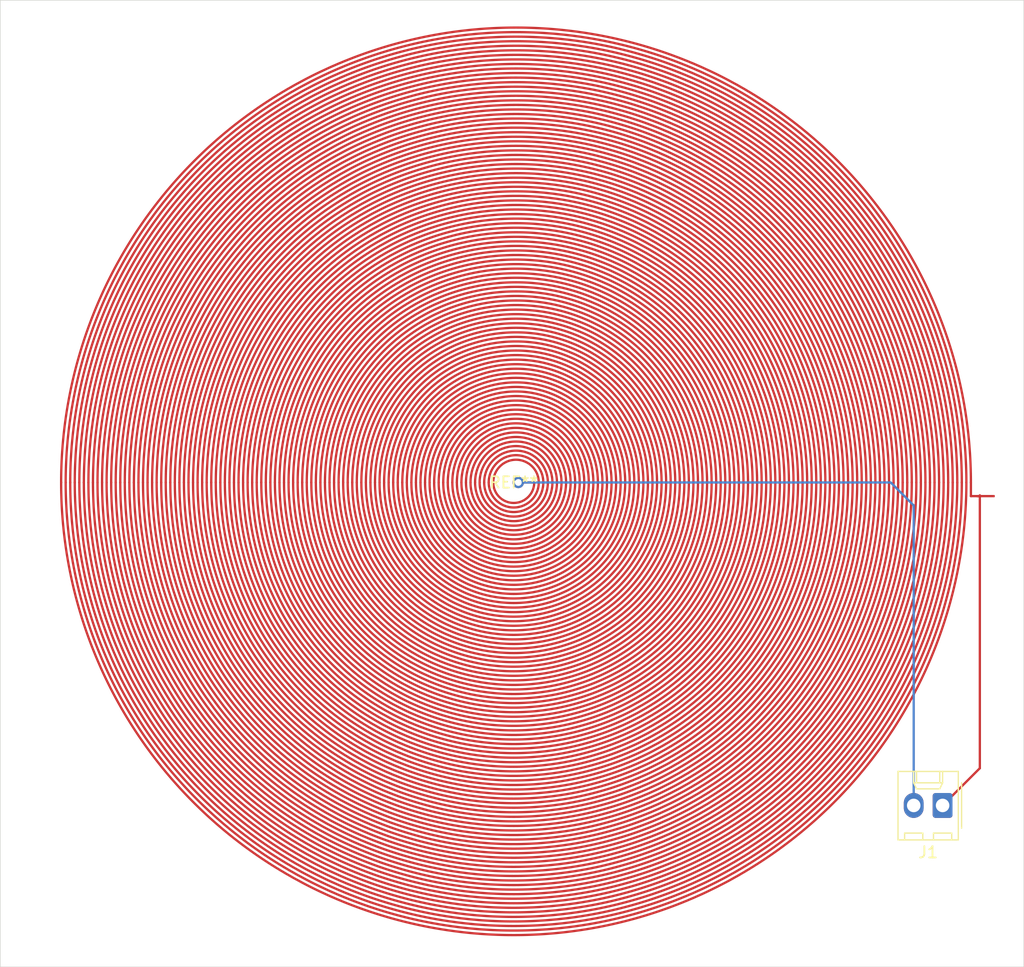
<source format=kicad_pcb>
(kicad_pcb (version 20240108) (generator "pcbnew") (generator_version "8.0")
  (layers (0 "F.Cu" signal) (31 "B.Cu" signal) (34 "B.Paste" user) (35 "F.Paste" user) (36 "B.SilkS" user "B.Silkscreen") (37 "F.SilkS" user "F.Silkscreen") (38 "B.Mask" user) (39 "F.Mask" user) (44 "Edge.Cuts" user))
  (net 0 "")
  (net 1 "Net-(J1-Pin_2)")
  (net 2 "Net-(J1-Pin_1)")
  (footprint "Connector_Molex:Molex_KK-254_AE-6410-02A_1x02_P2.54mm_Vertical" (layer "F.Cu") (at 182.86 138.8 180)
    (property "Reference" "J1" (at 1.27 -4.12 360) (layer "F.SilkS"))
    (property "Value" "Conn_01x02")
    (fp_line (start 3.92 2.99) (end 3.92 -3.03) (stroke (width 0.12)) (layer "F.SilkS"))
    (fp_line (start 3.92 -3.03) (end -1.38 -3.03) (stroke (width 0.12)) (layer "F.SilkS"))
    (fp_line (start 3.34 -2.43) (end 3.34 -3.03) (stroke (width 0.12)) (layer "F.SilkS"))
    (fp_line (start 2.54 1.99) (end 2.54 2.99) (stroke (width 0.12)) (layer "F.SilkS"))
    (fp_line (start 2.29 2.99) (end 2.29 1.99) (stroke (width 0.12)) (layer "F.SilkS"))
    (fp_line (start 2.29 1.46) (end 2.54 1.99) (stroke (width 0.12)) (layer "F.SilkS"))
    (fp_line (start 1.74 -2.43) (end 3.34 -2.43) (stroke (width 0.12)) (layer "F.SilkS"))
    (fp_line (start 1.74 -3.03) (end 1.74 -2.43) (stroke (width 0.12)) (layer "F.SilkS"))
    (fp_line (start 0.8 -2.43) (end 0.8 -3.03) (stroke (width 0.12)) (layer "F.SilkS"))
    (fp_line (start 0.25 2.99) (end 0.25 1.99) (stroke (width 0.12)) (layer "F.SilkS"))
    (fp_line (start 0.25 1.46) (end 2.29 1.46) (stroke (width 0.12)) (layer "F.SilkS"))
    (fp_line (start 0 2.99) (end 0 1.99) (stroke (width 0.12)) (layer "F.SilkS"))
    (fp_line (start 0 1.99) (end 2.54 1.99) (stroke (width 0.12)) (layer "F.SilkS"))
    (fp_line (start 0 1.99) (end 0.25 1.46) (stroke (width 0.12)) (layer "F.SilkS"))
    (fp_line (start -0.8 -2.43) (end 0.8 -2.43) (stroke (width 0.12)) (layer "F.SilkS"))
    (fp_line (start -0.8 -3.03) (end -0.8 -2.43) (stroke (width 0.12)) (layer "F.SilkS"))
    (fp_line (start -1.38 2.99) (end 3.92 2.99) (stroke (width 0.12)) (layer "F.SilkS"))
    (fp_line (start -1.38 -3.03) (end -1.38 2.99) (stroke (width 0.12)) (layer "F.SilkS"))
    (fp_line (start -1.67 -2) (end -1.67 2) (stroke (width 0.12)) (layer "F.SilkS"))
    (pad "1" thru_hole roundrect (at 0 0 180) (size 1.74 2.19) (drill 1.19) (layers "*.Cu" "*.Mask" "In1.Cu" "In2.Cu" "In3.Cu" "In4.Cu" "In5.Cu" "In6.Cu" "In7.Cu" "In8.Cu" "In9.Cu" "In10.Cu" "In11.Cu" "In12.Cu" "In13.Cu" "In14.Cu" "In15.Cu" "In16.Cu" "In17.Cu" "In18.Cu" "In19.Cu" "In20.Cu" "In21.Cu" "In22.Cu" "In23.Cu" "In24.Cu" "In25.Cu" "In26.Cu" "In27.Cu" "In28.Cu" "In29.Cu" "In30.Cu") (roundrect_rratio 0.143678) (net 2 "Net-(J1-Pin_1)"))
    (pad "2" thru_hole oval (at 2.54 0 180) (size 1.74 2.19) (drill 1.19) (layers "*.Cu" "*.Mask" "In1.Cu" "In2.Cu" "In3.Cu" "In4.Cu" "In5.Cu" "In6.Cu" "In7.Cu" "In8.Cu" "In9.Cu" "In10.Cu" "In11.Cu" "In12.Cu" "In13.Cu" "In14.Cu" "In15.Cu" "In16.Cu" "In17.Cu" "In18.Cu" "In19.Cu" "In20.Cu" "In21.Cu" "In22.Cu" "In23.Cu" "In24.Cu" "In25.Cu" "In26.Cu" "In27.Cu" "In28.Cu" "In29.Cu" "In30.Cu") (net 1 "Net-(J1-Pin_2)"))
  )
  (footprint "COIL_GENERATOR" (layer "F.Cu") (at 145.15 110.4)
    (property "Reference" "REF**" (at 0 0 0) (layer "F.SilkS"))
    (property "Value" "COIL_GENERATOR")
    (fp_line (start 1.8 0) (end 0.4 0) (stroke (width 0.2)) (layer "F.Cu"))
    (fp_line (start 40.2 0) (end 40.2 1.2) (stroke (width 0.2)) (layer "F.Cu"))
    (fp_line (start 40.2 1.2) (end 40.9 1.2) (stroke (width 0.2)) (layer "F.Cu"))
    (fp_arc (start -39.8 0) (mid 0.2 -40) (end 40.2 0) (stroke (width 0.2)) (layer "F.Cu"))
    (fp_arc (start -39.4 0) (mid 0.2 -39.6) (end 39.8 0) (stroke (width 0.2)) (layer "F.Cu"))
    (fp_arc (start -39 0) (mid 0.2 -39.2) (end 39.4 0) (stroke (width 0.2)) (layer "F.Cu"))
    (fp_arc (start -38.6 0) (mid 0.2 -38.8) (end 39 0) (stroke (width 0.2)) (layer "F.Cu"))
    (fp_arc (start -38.2 0) (mid 0.2 -38.4) (end 38.6 0) (stroke (width 0.2)) (layer "F.Cu"))
    (fp_arc (start -37.8 0) (mid 0.2 -38) (end 38.2 0) (stroke (width 0.2)) (layer "F.Cu"))
    (fp_arc (start -37.4 0) (mid 0.2 -37.6) (end 37.8 0) (stroke (width 0.2)) (layer "F.Cu"))
    (fp_arc (start -37 0) (mid 0.2 -37.2) (end 37.4 0) (stroke (width 0.2)) (layer "F.Cu"))
    (fp_arc (start -36.6 0) (mid 0.2 -36.8) (end 37 0) (stroke (width 0.2)) (layer "F.Cu"))
    (fp_arc (start -36.2 0) (mid 0.2 -36.4) (end 36.6 0) (stroke (width 0.2)) (layer "F.Cu"))
    (fp_arc (start -35.8 0) (mid 0.2 -36) (end 36.2 0) (stroke (width 0.2)) (layer "F.Cu"))
    (fp_arc (start -35.4 0) (mid 0.2 -35.6) (end 35.8 0) (stroke (width 0.2)) (layer "F.Cu"))
    (fp_arc (start -35 0) (mid 0.2 -35.2) (end 35.4 0) (stroke (width 0.2)) (layer "F.Cu"))
    (fp_arc (start -34.6 0) (mid 0.2 -34.8) (end 35 0) (stroke (width 0.2)) (layer "F.Cu"))
    (fp_arc (start -34.2 0) (mid 0.2 -34.4) (end 34.6 0) (stroke (width 0.2)) (layer "F.Cu"))
    (fp_arc (start -33.8 0) (mid 0.2 -34) (end 34.2 0) (stroke (width 0.2)) (layer "F.Cu"))
    (fp_arc (start -33.4 0) (mid 0.2 -33.6) (end 33.8 0) (stroke (width 0.2)) (layer "F.Cu"))
    (fp_arc (start -33 0) (mid 0.2 -33.2) (end 33.4 0) (stroke (width 0.2)) (layer "F.Cu"))
    (fp_arc (start -32.6 0) (mid 0.2 -32.8) (end 33 0) (stroke (width 0.2)) (layer "F.Cu"))
    (fp_arc (start -32.2 0) (mid 0.2 -32.4) (end 32.6 0) (stroke (width 0.2)) (layer "F.Cu"))
    (fp_arc (start -31.8 0) (mid 0.2 -32) (end 32.2 0) (stroke (width 0.2)) (layer "F.Cu"))
    (fp_arc (start -31.4 0) (mid 0.2 -31.6) (end 31.8 0) (stroke (width 0.2)) (layer "F.Cu"))
    (fp_arc (start -31 0) (mid 0.2 -31.2) (end 31.4 0) (stroke (width 0.2)) (layer "F.Cu"))
    (fp_arc (start -30.6 0) (mid 0.2 -30.8) (end 31 0) (stroke (width 0.2)) (layer "F.Cu"))
    (fp_arc (start -30.2 0) (mid 0.2 -30.4) (end 30.6 0) (stroke (width 0.2)) (layer "F.Cu"))
    (fp_arc (start -29.8 0) (mid 0.2 -30) (end 30.2 0) (stroke (width 0.2)) (layer "F.Cu"))
    (fp_arc (start -29.4 0) (mid 0.2 -29.6) (end 29.8 0) (stroke (width 0.2)) (layer "F.Cu"))
    (fp_arc (start -29 0) (mid 0.2 -29.2) (end 29.4 0) (stroke (width 0.2)) (layer "F.Cu"))
    (fp_arc (start -28.6 0) (mid 0.2 -28.8) (end 29 0) (stroke (width 0.2)) (layer "F.Cu"))
    (fp_arc (start -28.2 0) (mid 0.2 -28.4) (end 28.6 0) (stroke (width 0.2)) (layer "F.Cu"))
    (fp_arc (start -27.8 0) (mid 0.2 -28) (end 28.2 0) (stroke (width 0.2)) (layer "F.Cu"))
    (fp_arc (start -27.4 0) (mid 0.2 -27.6) (end 27.8 0) (stroke (width 0.2)) (layer "F.Cu"))
    (fp_arc (start -27 0) (mid 0.2 -27.2) (end 27.4 0) (stroke (width 0.2)) (layer "F.Cu"))
    (fp_arc (start -26.6 0) (mid 0.2 -26.8) (end 27 0) (stroke (width 0.2)) (layer "F.Cu"))
    (fp_arc (start -26.2 0) (mid 0.2 -26.4) (end 26.6 0) (stroke (width 0.2)) (layer "F.Cu"))
    (fp_arc (start -25.8 0) (mid 0.2 -26) (end 26.2 0) (stroke (width 0.2)) (layer "F.Cu"))
    (fp_arc (start -25.4 0) (mid 0.2 -25.6) (end 25.8 0) (stroke (width 0.2)) (layer "F.Cu"))
    (fp_arc (start -25 0) (mid 0.2 -25.2) (end 25.4 0) (stroke (width 0.2)) (layer "F.Cu"))
    (fp_arc (start -24.6 0) (mid 0.2 -24.8) (end 25 0) (stroke (width 0.2)) (layer "F.Cu"))
    (fp_arc (start -24.2 0) (mid 0.2 -24.4) (end 24.6 0) (stroke (width 0.2)) (layer "F.Cu"))
    (fp_arc (start -23.8 0) (mid 0.2 -24) (end 24.2 0) (stroke (width 0.2)) (layer "F.Cu"))
    (fp_arc (start -23.4 0) (mid 0.2 -23.6) (end 23.8 0) (stroke (width 0.2)) (layer "F.Cu"))
    (fp_arc (start -23 0) (mid 0.2 -23.2) (end 23.4 0) (stroke (width 0.2)) (layer "F.Cu"))
    (fp_arc (start -22.6 0) (mid 0.2 -22.8) (end 23 0) (stroke (width 0.2)) (layer "F.Cu"))
    (fp_arc (start -22.2 0) (mid 0.2 -22.4) (end 22.6 0) (stroke (width 0.2)) (layer "F.Cu"))
    (fp_arc (start -21.8 0) (mid 0.2 -22) (end 22.2 0) (stroke (width 0.2)) (layer "F.Cu"))
    (fp_arc (start -21.4 0) (mid 0.2 -21.6) (end 21.8 0) (stroke (width 0.2)) (layer "F.Cu"))
    (fp_arc (start -21 0) (mid 0.2 -21.2) (end 21.4 0) (stroke (width 0.2)) (layer "F.Cu"))
    (fp_arc (start -20.6 0) (mid 0.2 -20.8) (end 21 0) (stroke (width 0.2)) (layer "F.Cu"))
    (fp_arc (start -20.2 0) (mid 0.2 -20.4) (end 20.6 0) (stroke (width 0.2)) (layer "F.Cu"))
    (fp_arc (start -19.8 0) (mid 0.2 -20) (end 20.2 0) (stroke (width 0.2)) (layer "F.Cu"))
    (fp_arc (start -19.4 0) (mid 0.2 -19.6) (end 19.8 0) (stroke (width 0.2)) (layer "F.Cu"))
    (fp_arc (start -19 0) (mid 0.2 -19.2) (end 19.4 0) (stroke (width 0.2)) (layer "F.Cu"))
    (fp_arc (start -18.6 0) (mid 0.2 -18.8) (end 19 0) (stroke (width 0.2)) (layer "F.Cu"))
    (fp_arc (start -18.2 0) (mid 0.2 -18.4) (end 18.6 0) (stroke (width 0.2)) (layer "F.Cu"))
    (fp_arc (start -17.8 0) (mid 0.2 -18) (end 18.2 0) (stroke (width 0.2)) (layer "F.Cu"))
    (fp_arc (start -17.4 0) (mid 0.2 -17.6) (end 17.8 0) (stroke (width 0.2)) (layer "F.Cu"))
    (fp_arc (start -17 0) (mid 0.2 -17.2) (end 17.4 0) (stroke (width 0.2)) (layer "F.Cu"))
    (fp_arc (start -16.6 0) (mid 0.2 -16.8) (end 17 0) (stroke (width 0.2)) (layer "F.Cu"))
    (fp_arc (start -16.2 0) (mid 0.2 -16.4) (end 16.6 0) (stroke (width 0.2)) (layer "F.Cu"))
    (fp_arc (start -15.8 0) (mid 0.2 -16) (end 16.2 0) (stroke (width 0.2)) (layer "F.Cu"))
    (fp_arc (start -15.4 0) (mid 0.2 -15.6) (end 15.8 0) (stroke (width 0.2)) (layer "F.Cu"))
    (fp_arc (start -15 0) (mid 0.2 -15.2) (end 15.4 0) (stroke (width 0.2)) (layer "F.Cu"))
    (fp_arc (start -14.6 0) (mid 0.2 -14.8) (end 15 0) (stroke (width 0.2)) (layer "F.Cu"))
    (fp_arc (start -14.2 0) (mid 0.2 -14.4) (end 14.6 0) (stroke (width 0.2)) (layer "F.Cu"))
    (fp_arc (start -13.8 0) (mid 0.2 -14) (end 14.2 0) (stroke (width 0.2)) (layer "F.Cu"))
    (fp_arc (start -13.4 0) (mid 0.2 -13.6) (end 13.8 0) (stroke (width 0.2)) (layer "F.Cu"))
    (fp_arc (start -13 0) (mid 0.2 -13.2) (end 13.4 0) (stroke (width 0.2)) (layer "F.Cu"))
    (fp_arc (start -12.6 0) (mid 0.2 -12.8) (end 13 0) (stroke (width 0.2)) (layer "F.Cu"))
    (fp_arc (start -12.2 0) (mid 0.2 -12.4) (end 12.6 0) (stroke (width 0.2)) (layer "F.Cu"))
    (fp_arc (start -11.8 0) (mid 0.2 -12) (end 12.2 0) (stroke (width 0.2)) (layer "F.Cu"))
    (fp_arc (start -11.4 0) (mid 0.2 -11.6) (end 11.8 0) (stroke (width 0.2)) (layer "F.Cu"))
    (fp_arc (start -11 0) (mid 0.2 -11.2) (end 11.4 0) (stroke (width 0.2)) (layer "F.Cu"))
    (fp_arc (start -10.6 0) (mid 0.2 -10.8) (end 11 0) (stroke (width 0.2)) (layer "F.Cu"))
    (fp_arc (start -10.2 0) (mid 0.2 -10.4) (end 10.6 0) (stroke (width 0.2)) (layer "F.Cu"))
    (fp_arc (start -9.8 0) (mid 0.2 -10) (end 10.2 0) (stroke (width 0.2)) (layer "F.Cu"))
    (fp_arc (start -9.4 0) (mid 0.2 -9.6) (end 9.8 0) (stroke (width 0.2)) (layer "F.Cu"))
    (fp_arc (start -9 0) (mid 0.2 -9.2) (end 9.4 0) (stroke (width 0.2)) (layer "F.Cu"))
    (fp_arc (start -8.6 0) (mid 0.2 -8.8) (end 9 0) (stroke (width 0.2)) (layer "F.Cu"))
    (fp_arc (start -8.2 0) (mid 0.2 -8.4) (end 8.6 0) (stroke (width 0.2)) (layer "F.Cu"))
    (fp_arc (start -7.8 0) (mid 0.2 -8) (end 8.2 0) (stroke (width 0.2)) (layer "F.Cu"))
    (fp_arc (start -7.4 0) (mid 0.2 -7.6) (end 7.8 0) (stroke (width 0.2)) (layer "F.Cu"))
    (fp_arc (start -7 0) (mid 0.2 -7.2) (end 7.4 0) (stroke (width 0.2)) (layer "F.Cu"))
    (fp_arc (start -6.6 0) (mid 0.2 -6.8) (end 7 0) (stroke (width 0.2)) (layer "F.Cu"))
    (fp_arc (start -6.2 0) (mid 0.2 -6.4) (end 6.6 0) (stroke (width 0.2)) (layer "F.Cu"))
    (fp_arc (start -5.8 0) (mid 0.2 -6) (end 6.2 0) (stroke (width 0.2)) (layer "F.Cu"))
    (fp_arc (start -5.4 0) (mid 0.2 -5.6) (end 5.8 0) (stroke (width 0.2)) (layer "F.Cu"))
    (fp_arc (start -5 0) (mid 0.2 -5.2) (end 5.4 0) (stroke (width 0.2)) (layer "F.Cu"))
    (fp_arc (start -4.6 0) (mid 0.2 -4.8) (end 5 0) (stroke (width 0.2)) (layer "F.Cu"))
    (fp_arc (start -4.2 0) (mid 0.2 -4.4) (end 4.6 0) (stroke (width 0.2)) (layer "F.Cu"))
    (fp_arc (start -3.8 0) (mid 0.2 -4) (end 4.2 0) (stroke (width 0.2)) (layer "F.Cu"))
    (fp_arc (start -3.4 0) (mid 0.2 -3.6) (end 3.8 0) (stroke (width 0.2)) (layer "F.Cu"))
    (fp_arc (start -3 0) (mid 0.2 -3.2) (end 3.4 0) (stroke (width 0.2)) (layer "F.Cu"))
    (fp_arc (start -2.6 0) (mid 0.2 -2.8) (end 3 0) (stroke (width 0.2)) (layer "F.Cu"))
    (fp_arc (start -2.2 0) (mid 0.2 -2.4) (end 2.6 0) (stroke (width 0.2)) (layer "F.Cu"))
    (fp_arc (start -1.8 0) (mid 0.2 -2) (end 2.2 0) (stroke (width 0.2)) (layer "F.Cu"))
    (fp_arc (start 1.8 0) (mid 0 1.8) (end -1.8 0) (stroke (width 0.2)) (layer "F.Cu"))
    (fp_arc (start 2.2 0) (mid 0 2.2) (end -2.2 0) (stroke (width 0.2)) (layer "F.Cu"))
    (fp_arc (start 2.6 0) (mid 0 2.6) (end -2.6 0) (stroke (width 0.2)) (layer "F.Cu"))
    (fp_arc (start 3 0) (mid 0 3) (end -3 0) (stroke (width 0.2)) (layer "F.Cu"))
    (fp_arc (start 3.4 0) (mid 0 3.4) (end -3.4 0) (stroke (width 0.2)) (layer "F.Cu"))
    (fp_arc (start 3.8 0) (mid 0 3.8) (end -3.8 0) (stroke (width 0.2)) (layer "F.Cu"))
    (fp_arc (start 4.2 0) (mid 0 4.2) (end -4.2 0) (stroke (width 0.2)) (layer "F.Cu"))
    (fp_arc (start 4.6 0) (mid 0 4.6) (end -4.6 0) (stroke (width 0.2)) (layer "F.Cu"))
    (fp_arc (start 5 0) (mid 0 5) (end -5 0) (stroke (width 0.2)) (layer "F.Cu"))
    (fp_arc (start 5.4 0) (mid 0 5.4) (end -5.4 0) (stroke (width 0.2)) (layer "F.Cu"))
    (fp_arc (start 5.8 0) (mid 0 5.8) (end -5.8 0) (stroke (width 0.2)) (layer "F.Cu"))
    (fp_arc (start 6.2 0) (mid 0 6.2) (end -6.2 0) (stroke (width 0.2)) (layer "F.Cu"))
    (fp_arc (start 6.6 0) (mid 0 6.6) (end -6.6 0) (stroke (width 0.2)) (layer "F.Cu"))
    (fp_arc (start 7 0) (mid 0 7) (end -7 0) (stroke (width 0.2)) (layer "F.Cu"))
    (fp_arc (start 7.4 0) (mid 0 7.4) (end -7.4 0) (stroke (width 0.2)) (layer "F.Cu"))
    (fp_arc (start 7.8 0) (mid 0 7.8) (end -7.8 0) (stroke (width 0.2)) (layer "F.Cu"))
    (fp_arc (start 8.2 0) (mid 0 8.2) (end -8.2 0) (stroke (width 0.2)) (layer "F.Cu"))
    (fp_arc (start 8.6 0) (mid 0 8.6) (end -8.6 0) (stroke (width 0.2)) (layer "F.Cu"))
    (fp_arc (start 9 0) (mid 0 9) (end -9 0) (stroke (width 0.2)) (layer "F.Cu"))
    (fp_arc (start 9.4 0) (mid 0 9.4) (end -9.4 0) (stroke (width 0.2)) (layer "F.Cu"))
    (fp_arc (start 9.8 0) (mid 0 9.8) (end -9.8 0) (stroke (width 0.2)) (layer "F.Cu"))
    (fp_arc (start 10.2 0) (mid 0 10.2) (end -10.2 0) (stroke (width 0.2)) (layer "F.Cu"))
    (fp_arc (start 10.6 0) (mid 0 10.6) (end -10.6 0) (stroke (width 0.2)) (layer "F.Cu"))
    (fp_arc (start 11 0) (mid 0 11) (end -11 0) (stroke (width 0.2)) (layer "F.Cu"))
    (fp_arc (start 11.4 0) (mid 0 11.4) (end -11.4 0) (stroke (width 0.2)) (layer "F.Cu"))
    (fp_arc (start 11.8 0) (mid 0 11.8) (end -11.8 0) (stroke (width 0.2)) (layer "F.Cu"))
    (fp_arc (start 12.2 0) (mid 0 12.2) (end -12.2 0) (stroke (width 0.2)) (layer "F.Cu"))
    (fp_arc (start 12.6 0) (mid 0 12.6) (end -12.6 0) (stroke (width 0.2)) (layer "F.Cu"))
    (fp_arc (start 13 0) (mid 0 13) (end -13 0) (stroke (width 0.2)) (layer "F.Cu"))
    (fp_arc (start 13.4 0) (mid 0 13.4) (end -13.4 0) (stroke (width 0.2)) (layer "F.Cu"))
    (fp_arc (start 13.8 0) (mid 0 13.8) (end -13.8 0) (stroke (width 0.2)) (layer "F.Cu"))
    (fp_arc (start 14.2 0) (mid 0 14.2) (end -14.2 0) (stroke (width 0.2)) (layer "F.Cu"))
    (fp_arc (start 14.6 0) (mid 0 14.6) (end -14.6 0) (stroke (width 0.2)) (layer "F.Cu"))
    (fp_arc (start 15 0) (mid 0 15) (end -15 0) (stroke (width 0.2)) (layer "F.Cu"))
    (fp_arc (start 15.4 0) (mid 0 15.4) (end -15.4 0) (stroke (width 0.2)) (layer "F.Cu"))
    (fp_arc (start 15.8 0) (mid 0 15.8) (end -15.8 0) (stroke (width 0.2)) (layer "F.Cu"))
    (fp_arc (start 16.2 0) (mid 0 16.2) (end -16.2 0) (stroke (width 0.2)) (layer "F.Cu"))
    (fp_arc (start 16.6 0) (mid 0 16.6) (end -16.6 0) (stroke (width 0.2)) (layer "F.Cu"))
    (fp_arc (start 17 0) (mid 0 17) (end -17 0) (stroke (width 0.2)) (layer "F.Cu"))
    (fp_arc (start 17.4 0) (mid 0 17.4) (end -17.4 0) (stroke (width 0.2)) (layer "F.Cu"))
    (fp_arc (start 17.8 0) (mid 0 17.8) (end -17.8 0) (stroke (width 0.2)) (layer "F.Cu"))
    (fp_arc (start 18.2 0) (mid 0 18.2) (end -18.2 0) (stroke (width 0.2)) (layer "F.Cu"))
    (fp_arc (start 18.6 0) (mid 0 18.6) (end -18.6 0) (stroke (width 0.2)) (layer "F.Cu"))
    (fp_arc (start 19 0) (mid 0 19) (end -19 0) (stroke (width 0.2)) (layer "F.Cu"))
    (fp_arc (start 19.4 0) (mid 0 19.4) (end -19.4 0) (stroke (width 0.2)) (layer "F.Cu"))
    (fp_arc (start 19.8 0) (mid 0 19.8) (end -19.8 0) (stroke (width 0.2)) (layer "F.Cu"))
    (fp_arc (start 20.2 0) (mid 0 20.2) (end -20.2 0) (stroke (width 0.2)) (layer "F.Cu"))
    (fp_arc (start 20.6 0) (mid 0 20.6) (end -20.6 0) (stroke (width 0.2)) (layer "F.Cu"))
    (fp_arc (start 21 0) (mid 0 21) (end -21 0) (stroke (width 0.2)) (layer "F.Cu"))
    (fp_arc (start 21.4 0) (mid 0 21.4) (end -21.4 0) (stroke (width 0.2)) (layer "F.Cu"))
    (fp_arc (start 21.8 0) (mid 0 21.8) (end -21.8 0) (stroke (width 0.2)) (layer "F.Cu"))
    (fp_arc (start 22.2 0) (mid 0 22.2) (end -22.2 0) (stroke (width 0.2)) (layer "F.Cu"))
    (fp_arc (start 22.6 0) (mid 0 22.6) (end -22.6 0) (stroke (width 0.2)) (layer "F.Cu"))
    (fp_arc (start 23 0) (mid 0 23) (end -23 0) (stroke (width 0.2)) (layer "F.Cu"))
    (fp_arc (start 23.4 0) (mid 0 23.4) (end -23.4 0) (stroke (width 0.2)) (layer "F.Cu"))
    (fp_arc (start 23.8 0) (mid 0 23.8) (end -23.8 0) (stroke (width 0.2)) (layer "F.Cu"))
    (fp_arc (start 24.2 0) (mid 0 24.2) (end -24.2 0) (stroke (width 0.2)) (layer "F.Cu"))
    (fp_arc (start 24.6 0) (mid 0 24.6) (end -24.6 0) (stroke (width 0.2)) (layer "F.Cu"))
    (fp_arc (start 25 0) (mid 0 25) (end -25 0) (stroke (width 0.2)) (layer "F.Cu"))
    (fp_arc (start 25.4 0) (mid 0 25.4) (end -25.4 0) (stroke (width 0.2)) (layer "F.Cu"))
    (fp_arc (start 25.8 0) (mid 0 25.8) (end -25.8 0) (stroke (width 0.2)) (layer "F.Cu"))
    (fp_arc (start 26.2 0) (mid 0 26.2) (end -26.2 0) (stroke (width 0.2)) (layer "F.Cu"))
    (fp_arc (start 26.6 0) (mid 0 26.6) (end -26.6 0) (stroke (width 0.2)) (layer "F.Cu"))
    (fp_arc (start 27 0) (mid 0 27) (end -27 0) (stroke (width 0.2)) (layer "F.Cu"))
    (fp_arc (start 27.4 0) (mid 0 27.4) (end -27.4 0) (stroke (width 0.2)) (layer "F.Cu"))
    (fp_arc (start 27.8 0) (mid 0 27.8) (end -27.8 0) (stroke (width 0.2)) (layer "F.Cu"))
    (fp_arc (start 28.2 0) (mid 0 28.2) (end -28.2 0) (stroke (width 0.2)) (layer "F.Cu"))
    (fp_arc (start 28.6 0) (mid 0 28.6) (end -28.6 0) (stroke (width 0.2)) (layer "F.Cu"))
    (fp_arc (start 29 0) (mid 0 29) (end -29 0) (stroke (width 0.2)) (layer "F.Cu"))
    (fp_arc (start 29.4 0) (mid 0 29.4) (end -29.4 0) (stroke (width 0.2)) (layer "F.Cu"))
    (fp_arc (start 29.8 0) (mid 0 29.8) (end -29.8 0) (stroke (width 0.2)) (layer "F.Cu"))
    (fp_arc (start 30.2 0) (mid 0 30.2) (end -30.2 0) (stroke (width 0.2)) (layer "F.Cu"))
    (fp_arc (start 30.6 0) (mid 0 30.6) (end -30.6 0) (stroke (width 0.2)) (layer "F.Cu"))
    (fp_arc (start 31 0) (mid 0 31) (end -31 0) (stroke (width 0.2)) (layer "F.Cu"))
    (fp_arc (start 31.4 0) (mid 0 31.4) (end -31.4 0) (stroke (width 0.2)) (layer "F.Cu"))
    (fp_arc (start 31.8 0) (mid 0 31.8) (end -31.8 0) (stroke (width 0.2)) (layer "F.Cu"))
    (fp_arc (start 32.2 0) (mid 0 32.2) (end -32.2 0) (stroke (width 0.2)) (layer "F.Cu"))
    (fp_arc (start 32.6 0) (mid 0 32.6) (end -32.6 0) (stroke (width 0.2)) (layer "F.Cu"))
    (fp_arc (start 33 0) (mid 0 33) (end -33 0) (stroke (width 0.2)) (layer "F.Cu"))
    (fp_arc (start 33.4 0) (mid 0 33.4) (end -33.4 0) (stroke (width 0.2)) (layer "F.Cu"))
    (fp_arc (start 33.8 0) (mid 0 33.8) (end -33.8 0) (stroke (width 0.2)) (layer "F.Cu"))
    (fp_arc (start 34.2 0) (mid 0 34.2) (end -34.2 0) (stroke (width 0.2)) (layer "F.Cu"))
    (fp_arc (start 34.6 0) (mid 0 34.6) (end -34.6 0) (stroke (width 0.2)) (layer "F.Cu"))
    (fp_arc (start 35 0) (mid 0 35) (end -35 0) (stroke (width 0.2)) (layer "F.Cu"))
    (fp_arc (start 35.4 0) (mid 0 35.4) (end -35.4 0) (stroke (width 0.2)) (layer "F.Cu"))
    (fp_arc (start 35.8 0) (mid 0 35.8) (end -35.8 0) (stroke (width 0.2)) (layer "F.Cu"))
    (fp_arc (start 36.2 0) (mid 0 36.2) (end -36.2 0) (stroke (width 0.2)) (layer "F.Cu"))
    (fp_arc (start 36.6 0) (mid 0 36.6) (end -36.6 0) (stroke (width 0.2)) (layer "F.Cu"))
    (fp_arc (start 37 0) (mid 0 37) (end -37 0) (stroke (width 0.2)) (layer "F.Cu"))
    (fp_arc (start 37.4 0) (mid 0 37.4) (end -37.4 0) (stroke (width 0.2)) (layer "F.Cu"))
    (fp_arc (start 37.8 0) (mid 0 37.8) (end -37.8 0) (stroke (width 0.2)) (layer "F.Cu"))
    (fp_arc (start 38.2 0) (mid 0 38.2) (end -38.2 0) (stroke (width 0.2)) (layer "F.Cu"))
    (fp_arc (start 38.6 0) (mid 0 38.6) (end -38.6 0) (stroke (width 0.2)) (layer "F.Cu"))
    (fp_arc (start 39 0) (mid 0 39) (end -39 0) (stroke (width 0.2)) (layer "F.Cu"))
    (fp_arc (start 39.4 0) (mid 0 39.4) (end -39.4 0) (stroke (width 0.2)) (layer "F.Cu"))
    (fp_arc (start 39.8 0) (mid 0 39.8) (end -39.8 0) (stroke (width 0.2)) (layer "F.Cu"))
    (pad "1" smd roundrect (at 41.5 1.2) (size 1.6 0.2) (layers "F.Cu"))
    (pad "2" thru_hole circle (at 0.4 0) (size 1 1) (drill 0.6) (layers "*.Cu" "In1.Cu" "In2.Cu" "In3.Cu" "In4.Cu" "In5.Cu" "In6.Cu" "In7.Cu" "In8.Cu" "In9.Cu" "In10.Cu" "In11.Cu" "In12.Cu" "In13.Cu" "In14.Cu" "In15.Cu" "In16.Cu" "In17.Cu" "In18.Cu" "In19.Cu" "In20.Cu" "In21.Cu" "In22.Cu" "In23.Cu" "In24.Cu" "In25.Cu" "In26.Cu" "In27.Cu" "In28.Cu" "In29.Cu" "In30.Cu"))
  )
  (gr_rect (start 100 68) (end 190 153) (stroke (width 0.05)) (fill none) (layer "Edge.Cuts"))
  (segment (start 180.32 112.42) (end 180.32 138.8) (width 0.2) (layer "B.Cu") (net 1))
  (segment (start 178.3 110.4) (end 180.32 112.42) (width 0.2) (layer "B.Cu") (net 1))
  (segment (start 145.369 110.4) (end 178.3 110.4) (width 0.2) (layer "B.Cu") (net 1))
  (segment (start 186.135 111.527) (end 186.135 135.525) (width 0.2) (layer "F.Cu") (net 2))
  (segment (start 186.135 135.525) (end 182.86 138.8) (width 0.2) (layer "F.Cu") (net 2))
)
</source>
